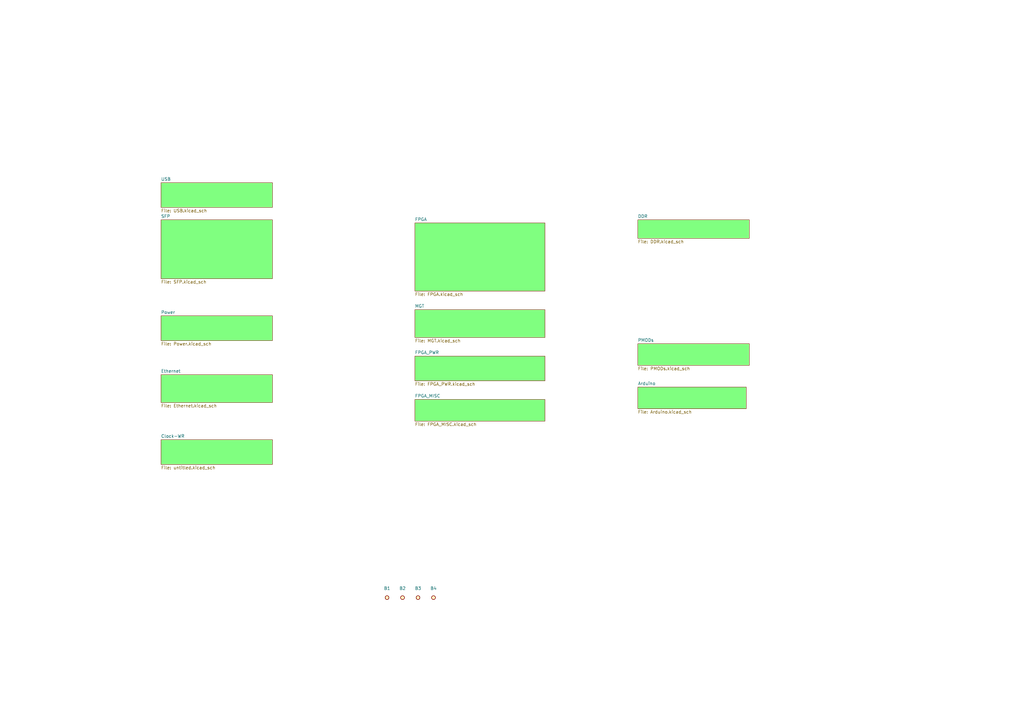
<source format=kicad_sch>
(kicad_sch (version 20241209) (generator "eeschema") (generator_version "9.0")
  (paper "A3")
  (lib_symbols
    (symbol "Pads:PLATED_HOLE3.2_PAD5.5" (pin_names (offset 1.27))
      (property "Reference" "B" (at -1.27 0 0))
      (symbol "PLATED_HOLE3.2_PAD5.5_0_1"
        (circle (center 0 0) (radius 0.762) (stroke (width 0.254)) (fill (type background)))
        (pin bidirectional line (at 0 0 180) (length 0) (name "1") (number "1"))
      )
    )
  )
  (symbol (lib_id "Pads:PLATED_HOLE3.2_PAD5.5") (at 177.8 245.11 0) (unit 1)
    (property "Reference" "B4" (at 177.8 241.3 0))
    (property "Value" "PLATED_HOLE3.2_PAD5.5" (effects (hide yes)))
    (property "Footprint" "Pads:MTG320_550" (effects (hide yes)))
    (property "Datasheet" "Undefined" (effects (hide yes)))
    (property "Description" "Plated Through Hole: Hole Dia.=3.2mm Pad Dia.=5.5mm" (effects (hide yes)))
    (property "Family" "Plated Hole" (effects (hide yes)))
    (property "Part Number" "PLATED_HOLE3.2_PAD5.5" (effects (hide yes)))
    (property "Library Ref" "Single Terminal Socket" (effects (hide yes)))
    (property "Library Path" "SchLib\\Pads.SchLib" (effects (hide yes)))
    (property "Comment" " " (effects (hide yes)))
    (property "Component Kind" "Standard (No BOM)" (effects (hide yes)))
    (property "Component Type" "Standard (No BOM)" (effects (hide yes)))
    (property "Pin Count" "1" (effects (hide yes)))
    (property "Case" " " (effects (hide yes)))
    (property "Footprint Path" "PcbLib\\Pads.PcbLib" (effects (hide yes)))
    (property "Footprint Ref" "MTG320_550" (effects (hide yes)))
    (property "Mounted" "No" (effects (hide yes)))
    (property "Socket" "No" (effects (hide yes)))
    (property "SMD" "No" (effects (hide yes)))
    (property "Sense" "No" (effects (hide yes)))
    (property "Sense Comment" " " (effects (hide yes)))
    (property "Status" "None" (effects (hide yes)))
    (property "Status Comment" " " (effects (hide yes)))
    (property "SCEM" " " (effects (hide yes)))
    (property "Part Description" "Plated Through Hole: Hole Dia.=3.2mm Pad Dia.=5.5mm" (effects (hide yes)))
    (property "Manufacturer" " " (effects (hide yes)))
    (property "Manufacturer Part Number" " " (effects (hide yes)))
    (property "ComponentHeight" "0mm" (effects (hide yes)))
    (property "Manufacturer1 Example" " " (effects (hide yes)))
    (property "Manufacturer1 Part Number" " " (effects (hide yes)))
    (property "Manufacturer1 ComponentHeight" " " (effects (hide yes)))
    (property "HelpURL" "Undefined" (effects (hide yes)))
    (property "ComponentLink1URL" " " (effects (hide yes)))
    (property "ComponentLink1Description" " " (effects (hide yes)))
    (property "ComponentLink2URL" " " (effects (hide yes)))
    (property "ComponentLink2Description" " " (effects (hide yes)))
    (property "Author" "CERN DEM JMW" (effects (hide yes)))
    (property "CreateDate" "10/01/12 00:00:00" (effects (hide yes)))
    (property "LatestRevisionDate" "10/01/12 00:00:00" (effects (hide yes)))
    (property "PackageDescription" "Plated Through Hole: Hole Dia.=3.2mm Pad Dia.=5.5mm" (effects (hide yes)))
    (property "Database Table Name" "Eletro-mechanical" (effects (hide yes)))
    (property "Library Name" "Pads" (effects (hide yes)))
    (property "Footprint Library" "Pads" (effects (hide yes)))
    (property "License" "CC-BY-SA 4.0" (effects (hide yes)))
  )
  (symbol (lib_id "Pads:PLATED_HOLE3.2_PAD5.5") (at 158.75 245.11 0) (unit 1)
    (property "Reference" "B1" (at 158.75 241.3 0))
    (property "Value" "PLATED_HOLE3.2_PAD5.5" (effects (hide yes)))
    (property "Footprint" "Pads:MTG320_550" (effects (hide yes)))
    (property "Datasheet" "Undefined" (effects (hide yes)))
    (property "Description" "Plated Through Hole: Hole Dia.=3.2mm Pad Dia.=5.5mm" (effects (hide yes)))
    (property "Family" "Plated Hole" (effects (hide yes)))
    (property "Part Number" "PLATED_HOLE3.2_PAD5.5" (effects (hide yes)))
    (property "Library Ref" "Single Terminal Socket" (effects (hide yes)))
    (property "Library Path" "SchLib\\Pads.SchLib" (effects (hide yes)))
    (property "Comment" " " (effects (hide yes)))
    (property "Component Kind" "Standard (No BOM)" (effects (hide yes)))
    (property "Component Type" "Standard (No BOM)" (effects (hide yes)))
    (property "Pin Count" "1" (effects (hide yes)))
    (property "Case" " " (effects (hide yes)))
    (property "Footprint Path" "PcbLib\\Pads.PcbLib" (effects (hide yes)))
    (property "Footprint Ref" "MTG320_550" (effects (hide yes)))
    (property "Mounted" "No" (effects (hide yes)))
    (property "Socket" "No" (effects (hide yes)))
    (property "SMD" "No" (effects (hide yes)))
    (property "Sense" "No" (effects (hide yes)))
    (property "Sense Comment" " " (effects (hide yes)))
    (property "Status" "None" (effects (hide yes)))
    (property "Status Comment" " " (effects (hide yes)))
    (property "SCEM" " " (effects (hide yes)))
    (property "Part Description" "Plated Through Hole: Hole Dia.=3.2mm Pad Dia.=5.5mm" (effects (hide yes)))
    (property "Manufacturer" " " (effects (hide yes)))
    (property "Manufacturer Part Number" " " (effects (hide yes)))
    (property "ComponentHeight" "0mm" (effects (hide yes)))
    (property "Manufacturer1 Example" " " (effects (hide yes)))
    (property "Manufacturer1 Part Number" " " (effects (hide yes)))
    (property "Manufacturer1 ComponentHeight" " " (effects (hide yes)))
    (property "HelpURL" "Undefined" (effects (hide yes)))
    (property "ComponentLink1URL" " " (effects (hide yes)))
    (property "ComponentLink1Description" " " (effects (hide yes)))
    (property "ComponentLink2URL" " " (effects (hide yes)))
    (property "ComponentLink2Description" " " (effects (hide yes)))
    (property "Author" "CERN DEM JMW" (effects (hide yes)))
    (property "CreateDate" "10/01/12 00:00:00" (effects (hide yes)))
    (property "LatestRevisionDate" "10/01/12 00:00:00" (effects (hide yes)))
    (property "PackageDescription" "Plated Through Hole: Hole Dia.=3.2mm Pad Dia.=5.5mm" (effects (hide yes)))
    (property "Database Table Name" "Eletro-mechanical" (effects (hide yes)))
    (property "Library Name" "Pads" (effects (hide yes)))
    (property "Footprint Library" "Pads" (effects (hide yes)))
    (property "License" "CC-BY-SA 4.0" (effects (hide yes)))
  )
  (symbol (lib_id "Pads:PLATED_HOLE3.2_PAD5.5") (at 165.1 245.11 0) (unit 1)
    (property "Reference" "B2" (at 165.1 241.3 0))
    (property "Value" "PLATED_HOLE3.2_PAD5.5" (effects (hide yes)))
    (property "Footprint" "Pads:MTG320_550" (effects (hide yes)))
    (property "Datasheet" "Undefined" (effects (hide yes)))
    (property "Description" "Plated Through Hole: Hole Dia.=3.2mm Pad Dia.=5.5mm" (effects (hide yes)))
    (property "Family" "Plated Hole" (effects (hide yes)))
    (property "Part Number" "PLATED_HOLE3.2_PAD5.5" (effects (hide yes)))
    (property "Library Ref" "Single Terminal Socket" (effects (hide yes)))
    (property "Library Path" "SchLib\\Pads.SchLib" (effects (hide yes)))
    (property "Comment" " " (effects (hide yes)))
    (property "Component Kind" "Standard (No BOM)" (effects (hide yes)))
    (property "Component Type" "Standard (No BOM)" (effects (hide yes)))
    (property "Pin Count" "1" (effects (hide yes)))
    (property "Case" " " (effects (hide yes)))
    (property "Footprint Path" "PcbLib\\Pads.PcbLib" (effects (hide yes)))
    (property "Footprint Ref" "MTG320_550" (effects (hide yes)))
    (property "Mounted" "No" (effects (hide yes)))
    (property "Socket" "No" (effects (hide yes)))
    (property "SMD" "No" (effects (hide yes)))
    (property "Sense" "No" (effects (hide yes)))
    (property "Sense Comment" " " (effects (hide yes)))
    (property "Status" "None" (effects (hide yes)))
    (property "Status Comment" " " (effects (hide yes)))
    (property "SCEM" " " (effects (hide yes)))
    (property "Part Description" "Plated Through Hole: Hole Dia.=3.2mm Pad Dia.=5.5mm" (effects (hide yes)))
    (property "Manufacturer" " " (effects (hide yes)))
    (property "Manufacturer Part Number" " " (effects (hide yes)))
    (property "ComponentHeight" "0mm" (effects (hide yes)))
    (property "Manufacturer1 Example" " " (effects (hide yes)))
    (property "Manufacturer1 Part Number" " " (effects (hide yes)))
    (property "Manufacturer1 ComponentHeight" " " (effects (hide yes)))
    (property "HelpURL" "Undefined" (effects (hide yes)))
    (property "ComponentLink1URL" " " (effects (hide yes)))
    (property "ComponentLink1Description" " " (effects (hide yes)))
    (property "ComponentLink2URL" " " (effects (hide yes)))
    (property "ComponentLink2Description" " " (effects (hide yes)))
    (property "Author" "CERN DEM JMW" (effects (hide yes)))
    (property "CreateDate" "10/01/12 00:00:00" (effects (hide yes)))
    (property "LatestRevisionDate" "10/01/12 00:00:00" (effects (hide yes)))
    (property "PackageDescription" "Plated Through Hole: Hole Dia.=3.2mm Pad Dia.=5.5mm" (effects (hide yes)))
    (property "Database Table Name" "Eletro-mechanical" (effects (hide yes)))
    (property "Library Name" "Pads" (effects (hide yes)))
    (property "Footprint Library" "Pads" (effects (hide yes)))
    (property "License" "CC-BY-SA 4.0" (effects (hide yes)))
  )
  (symbol (lib_id "Pads:PLATED_HOLE3.2_PAD5.5") (at 171.45 245.11 0) (unit 1)
    (property "Reference" "B3" (at 171.45 241.3 0))
    (property "Value" "PLATED_HOLE3.2_PAD5.5" (effects (hide yes)))
    (property "Footprint" "Pads:MTG320_550" (effects (hide yes)))
    (property "Datasheet" "Undefined" (effects (hide yes)))
    (property "Description" "Plated Through Hole: Hole Dia.=3.2mm Pad Dia.=5.5mm" (effects (hide yes)))
    (property "Family" "Plated Hole" (effects (hide yes)))
    (property "Part Number" "PLATED_HOLE3.2_PAD5.5" (effects (hide yes)))
    (property "Library Ref" "Single Terminal Socket" (effects (hide yes)))
    (property "Library Path" "SchLib\\Pads.SchLib" (effects (hide yes)))
    (property "Comment" " " (effects (hide yes)))
    (property "Component Kind" "Standard (No BOM)" (effects (hide yes)))
    (property "Component Type" "Standard (No BOM)" (effects (hide yes)))
    (property "Pin Count" "1" (effects (hide yes)))
    (property "Case" " " (effects (hide yes)))
    (property "Footprint Path" "PcbLib\\Pads.PcbLib" (effects (hide yes)))
    (property "Footprint Ref" "MTG320_550" (effects (hide yes)))
    (property "Mounted" "No" (effects (hide yes)))
    (property "Socket" "No" (effects (hide yes)))
    (property "SMD" "No" (effects (hide yes)))
    (property "Sense" "No" (effects (hide yes)))
    (property "Sense Comment" " " (effects (hide yes)))
    (property "Status" "None" (effects (hide yes)))
    (property "Status Comment" " " (effects (hide yes)))
    (property "SCEM" " " (effects (hide yes)))
    (property "Part Description" "Plated Through Hole: Hole Dia.=3.2mm Pad Dia.=5.5mm" (effects (hide yes)))
    (property "Manufacturer" " " (effects (hide yes)))
    (property "Manufacturer Part Number" " " (effects (hide yes)))
    (property "ComponentHeight" "0mm" (effects (hide yes)))
    (property "Manufacturer1 Example" " " (effects (hide yes)))
    (property "Manufacturer1 Part Number" " " (effects (hide yes)))
    (property "Manufacturer1 ComponentHeight" " " (effects (hide yes)))
    (property "HelpURL" "Undefined" (effects (hide yes)))
    (property "ComponentLink1URL" " " (effects (hide yes)))
    (property "ComponentLink1Description" " " (effects (hide yes)))
    (property "ComponentLink2URL" " " (effects (hide yes)))
    (property "ComponentLink2Description" " " (effects (hide yes)))
    (property "Author" "CERN DEM JMW" (effects (hide yes)))
    (property "CreateDate" "10/01/12 00:00:00" (effects (hide yes)))
    (property "LatestRevisionDate" "10/01/12 00:00:00" (effects (hide yes)))
    (property "PackageDescription" "Plated Through Hole: Hole Dia.=3.2mm Pad Dia.=5.5mm" (effects (hide yes)))
    (property "Database Table Name" "Eletro-mechanical" (effects (hide yes)))
    (property "Library Name" "Pads" (effects (hide yes)))
    (property "Footprint Library" "Pads" (effects (hide yes)))
    (property "License" "CC-BY-SA 4.0" (effects (hide yes)))
  )
  (sheet (at 261.62 140.97) (size 45.72 8.89) (stroke (width 0.1524) (color 128 0 0 1)) (fill (color 128 255 128 1.0000))
    (property "Sheetname" "PMODs" (at 261.62 140.2584 0) (effects (justify left bottom)))
    (property "Sheetfile" "PMODs.kicad_sch" (at 261.62 150.4446 0) (effects (justify left top)))
  )
  (sheet (at 66.04 129.54) (size 45.72 10.16) (stroke (width 0.1524) (color 128 0 0 1)) (fill (color 128 255 128 1.0000))
    (property "Sheetname" "Power" (at 66.04 128.8284 0) (effects (justify left bottom)))
    (property "Sheetfile" "Power.kicad_sch" (at 66.04 140.2846 0) (effects (justify left top)))
  )
  (sheet (at 170.18 91.44) (size 53.34 27.94) (stroke (width 0.1524) (color 128 0 0 1)) (fill (color 128 255 128 1.0000))
    (property "Sheetname" "FPGA" (at 170.18 90.7284 0) (effects (justify left bottom)))
    (property "Sheetfile" "FPGA.kicad_sch" (at 170.18 119.9646 0) (effects (justify left top)))
  )
  (sheet (at 261.62 158.75) (size 44.45 8.89) (stroke (width 0.1524) (color 128 0 0 1)) (fill (color 128 255 128 1.0000))
    (property "Sheetname" "Arduino" (at 261.62 158.0384 0) (effects (justify left bottom)))
    (property "Sheetfile" "Arduino.kicad_sch" (at 261.62 168.2246 0) (effects (justify left top)))
  )
  (sheet (at 261.62 90.17) (size 45.72 7.62) (stroke (width 0.1524) (color 128 0 0 1)) (fill (color 128 255 128 1.0000))
    (property "Sheetname" "DDR" (at 261.62 89.4584 0) (effects (justify left bottom)))
    (property "Sheetfile" "DDR.kicad_sch" (at 261.62 98.3746 0) (effects (justify left top)))
  )
  (sheet (at 66.04 153.67) (size 45.72 11.43) (stroke (width 0.1524) (color 128 0 0 1)) (fill (color 128 255 128 1.0000))
    (property "Sheetname" "Ethernet" (at 66.04 152.9584 0) (effects (justify left bottom)))
    (property "Sheetfile" "Ethernet.kicad_sch" (at 66.04 165.6846 0) (effects (justify left top)))
  )
  (sheet (at 170.18 127) (size 53.34 11.43) (stroke (width 0.1524) (color 128 0 0 1)) (fill (color 128 255 128 1.0000))
    (property "Sheetname" "MGT" (at 170.18 126.2884 0) (effects (justify left bottom)))
    (property "Sheetfile" "MGT.kicad_sch" (at 170.18 139.0146 0) (effects (justify left top)))
  )
  (sheet (at 66.04 180.34) (size 45.72 10.16) (stroke (width 0.1524) (color 128 0 0 1)) (fill (color 128 255 128 1.0000))
    (property "Sheetname" "Clock-WR" (at 66.04 179.6284 0) (effects (justify left bottom)))
    (property "Sheetfile" "untitled.kicad_sch" (at 66.04 191.0846 0) (effects (justify left top)))
  )
  (sheet (at 66.04 74.93) (size 45.72 10.16) (stroke (width 0.1524) (color 128 0 0 1)) (fill (color 128 255 128 1.0000))
    (property "Sheetname" "USB" (at 66.04 74.2184 0) (effects (justify left bottom)))
    (property "Sheetfile" "USB.kicad_sch" (at 66.04 85.6746 0) (effects (justify left top)))
  )
  (sheet (at 170.18 163.83) (size 53.34 8.89) (stroke (width 0.1524) (color 128 0 0 1)) (fill (color 128 255 128 1.0000))
    (property "Sheetname" "FPGA_MISC" (at 170.18 163.1184 0) (effects (justify left bottom)))
    (property "Sheetfile" "FPGA_MISC.kicad_sch" (at 170.18 173.3046 0) (effects (justify left top)))
  )
  (sheet (at 66.04 90.17) (size 45.72 24.13) (stroke (width 0.1524) (color 128 0 0 1)) (fill (color 128 255 128 1.0000))
    (property "Sheetname" "SFP" (at 66.04 89.4584 0) (effects (justify left bottom)))
    (property "Sheetfile" "SFP.kicad_sch" (at 66.04 114.8846 0) (effects (justify left top)))
  )
  (sheet (at 170.18 146.05) (size 53.34 10.16) (stroke (width 0.1524) (color 128 0 0 1)) (fill (color 128 255 128 1.0000))
    (property "Sheetname" "FPGA_PWR" (at 170.18 145.3384 0) (effects (justify left bottom)))
    (property "Sheetfile" "FPGA_PWR.kicad_sch" (at 170.18 156.7946 0) (effects (justify left top)))
  )
)
</source>
